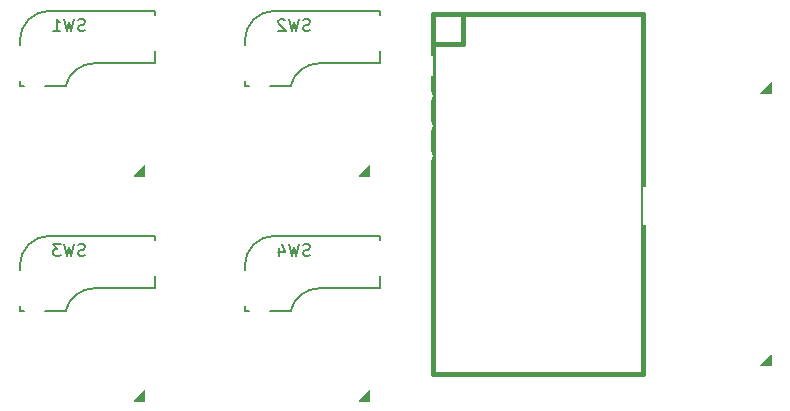
<source format=gbo>
%TF.GenerationSoftware,KiCad,Pcbnew,(5.1.9)-1*%
%TF.CreationDate,2021-11-30T13:31:35+01:00*%
%TF.ProjectId,Little_Big_Scroll,4c697474-6c65-45f4-9269-675f5363726f,v1.0*%
%TF.SameCoordinates,Original*%
%TF.FileFunction,Legend,Bot*%
%TF.FilePolarity,Positive*%
%FSLAX46Y46*%
G04 Gerber Fmt 4.6, Leading zero omitted, Abs format (unit mm)*
G04 Created by KiCad (PCBNEW (5.1.9)-1) date 2021-11-30 13:31:35*
%MOMM*%
%LPD*%
G01*
G04 APERTURE LIST*
%ADD10C,0.381000*%
%ADD11C,0.150000*%
%ADD12C,0.100000*%
%ADD13C,2.000000*%
%ADD14R,2.000000X3.200000*%
%ADD15R,2.000000X2.000000*%
%ADD16C,1.752600*%
%ADD17R,1.752600X1.752600*%
%ADD18R,2.550000X2.500000*%
%ADD19C,1.701800*%
%ADD20C,3.987800*%
%ADD21C,3.000000*%
%ADD22O,1.700000X1.700000*%
%ADD23R,1.700000X1.700000*%
%ADD24C,3.700000*%
%ADD25O,1.400000X1.400000*%
%ADD26C,1.400000*%
G04 APERTURE END LIST*
D10*
X212770000Y-95315000D02*
X194990000Y-95315000D01*
X194990000Y-95315000D02*
X194990000Y-125795000D01*
X194990000Y-125795000D02*
X212770000Y-125795000D01*
X212770000Y-125795000D02*
X212770000Y-95315000D01*
X197530000Y-95315000D02*
X197530000Y-97855000D01*
X197530000Y-97855000D02*
X194990000Y-97855000D01*
D11*
X190460000Y-114095000D02*
X190460000Y-114476000D01*
X181570000Y-114095000D02*
X190460000Y-114095000D01*
X179030000Y-116635000D02*
X179030000Y-117016000D01*
X179411000Y-120445000D02*
X179030000Y-120445000D01*
X182915838Y-120445000D02*
X181189000Y-120445000D01*
X190460000Y-118540000D02*
X185380000Y-118540000D01*
X190460000Y-117524000D02*
X190460000Y-118540000D01*
X179030000Y-120064000D02*
X179030000Y-120445000D01*
X182915838Y-120463960D02*
G75*
G02*
X185380000Y-118540000I2464162J-616040D01*
G01*
X179030000Y-116635000D02*
G75*
G02*
X181570000Y-114095000I2540000J0D01*
G01*
X171410000Y-114095000D02*
X171410000Y-114476000D01*
X162520000Y-114095000D02*
X171410000Y-114095000D01*
X159980000Y-116635000D02*
X159980000Y-117016000D01*
X160361000Y-120445000D02*
X159980000Y-120445000D01*
X163865838Y-120445000D02*
X162139000Y-120445000D01*
X171410000Y-118540000D02*
X166330000Y-118540000D01*
X171410000Y-117524000D02*
X171410000Y-118540000D01*
X159980000Y-120064000D02*
X159980000Y-120445000D01*
X163865838Y-120463960D02*
G75*
G02*
X166330000Y-118540000I2464162J-616040D01*
G01*
X159980000Y-116635000D02*
G75*
G02*
X162520000Y-114095000I2540000J0D01*
G01*
X190460000Y-95045000D02*
X190460000Y-95426000D01*
X181570000Y-95045000D02*
X190460000Y-95045000D01*
X179030000Y-97585000D02*
X179030000Y-97966000D01*
X179411000Y-101395000D02*
X179030000Y-101395000D01*
X182915838Y-101395000D02*
X181189000Y-101395000D01*
X190460000Y-99490000D02*
X185380000Y-99490000D01*
X190460000Y-98474000D02*
X190460000Y-99490000D01*
X179030000Y-101014000D02*
X179030000Y-101395000D01*
X182915838Y-101413960D02*
G75*
G02*
X185380000Y-99490000I2464162J-616040D01*
G01*
X179030000Y-97585000D02*
G75*
G02*
X181570000Y-95045000I2540000J0D01*
G01*
X171410000Y-95045000D02*
X171410000Y-95426000D01*
X162520000Y-95045000D02*
X171410000Y-95045000D01*
X159980000Y-97585000D02*
X159980000Y-97966000D01*
X160361000Y-101395000D02*
X159980000Y-101395000D01*
X163865838Y-101395000D02*
X162139000Y-101395000D01*
X171410000Y-99490000D02*
X166330000Y-99490000D01*
X171410000Y-98474000D02*
X171410000Y-99490000D01*
X159980000Y-101014000D02*
X159980000Y-101395000D01*
X163865838Y-101413960D02*
G75*
G02*
X166330000Y-99490000I2464162J-616040D01*
G01*
X159980000Y-97585000D02*
G75*
G02*
X162520000Y-95045000I2540000J0D01*
G01*
D12*
G36*
X223580000Y-124159999D02*
G01*
X222680000Y-125059999D01*
X223580000Y-125059999D01*
X223580000Y-124159999D01*
G37*
X223580000Y-124159999D02*
X222680000Y-125059999D01*
X223580000Y-125059999D01*
X223580000Y-124159999D01*
G36*
X223580000Y-101084999D02*
G01*
X222680000Y-101984999D01*
X223580000Y-101984999D01*
X223580000Y-101084999D01*
G37*
X223580000Y-101084999D02*
X222680000Y-101984999D01*
X223580000Y-101984999D01*
X223580000Y-101084999D01*
G36*
X189580000Y-127159999D02*
G01*
X188680000Y-128059999D01*
X189580000Y-128059999D01*
X189580000Y-127159999D01*
G37*
X189580000Y-127159999D02*
X188680000Y-128059999D01*
X189580000Y-128059999D01*
X189580000Y-127159999D01*
G36*
X170530000Y-127159999D02*
G01*
X169630000Y-128059999D01*
X170530000Y-128059999D01*
X170530000Y-127159999D01*
G37*
X170530000Y-127159999D02*
X169630000Y-128059999D01*
X170530000Y-128059999D01*
X170530000Y-127159999D01*
G36*
X170530000Y-108109999D02*
G01*
X169630000Y-109009999D01*
X170530000Y-109009999D01*
X170530000Y-108109999D01*
G37*
X170530000Y-108109999D02*
X169630000Y-109009999D01*
X170530000Y-109009999D01*
X170530000Y-108109999D01*
G36*
X189580000Y-108109999D02*
G01*
X188680000Y-109009999D01*
X189580000Y-109009999D01*
X189580000Y-108109999D01*
G37*
X189580000Y-108109999D02*
X188680000Y-109009999D01*
X189580000Y-109009999D01*
X189580000Y-108109999D01*
D11*
X184538333Y-115759761D02*
X184395476Y-115807380D01*
X184157380Y-115807380D01*
X184062142Y-115759761D01*
X184014523Y-115712142D01*
X183966904Y-115616904D01*
X183966904Y-115521666D01*
X184014523Y-115426428D01*
X184062142Y-115378809D01*
X184157380Y-115331190D01*
X184347857Y-115283571D01*
X184443095Y-115235952D01*
X184490714Y-115188333D01*
X184538333Y-115093095D01*
X184538333Y-114997857D01*
X184490714Y-114902619D01*
X184443095Y-114855000D01*
X184347857Y-114807380D01*
X184109761Y-114807380D01*
X183966904Y-114855000D01*
X183633571Y-114807380D02*
X183395476Y-115807380D01*
X183205000Y-115093095D01*
X183014523Y-115807380D01*
X182776428Y-114807380D01*
X181966904Y-115140714D02*
X181966904Y-115807380D01*
X182205000Y-114759761D02*
X182443095Y-115474047D01*
X181824047Y-115474047D01*
X165488333Y-115759761D02*
X165345476Y-115807380D01*
X165107380Y-115807380D01*
X165012142Y-115759761D01*
X164964523Y-115712142D01*
X164916904Y-115616904D01*
X164916904Y-115521666D01*
X164964523Y-115426428D01*
X165012142Y-115378809D01*
X165107380Y-115331190D01*
X165297857Y-115283571D01*
X165393095Y-115235952D01*
X165440714Y-115188333D01*
X165488333Y-115093095D01*
X165488333Y-114997857D01*
X165440714Y-114902619D01*
X165393095Y-114855000D01*
X165297857Y-114807380D01*
X165059761Y-114807380D01*
X164916904Y-114855000D01*
X164583571Y-114807380D02*
X164345476Y-115807380D01*
X164155000Y-115093095D01*
X163964523Y-115807380D01*
X163726428Y-114807380D01*
X163440714Y-114807380D02*
X162821666Y-114807380D01*
X163155000Y-115188333D01*
X163012142Y-115188333D01*
X162916904Y-115235952D01*
X162869285Y-115283571D01*
X162821666Y-115378809D01*
X162821666Y-115616904D01*
X162869285Y-115712142D01*
X162916904Y-115759761D01*
X163012142Y-115807380D01*
X163297857Y-115807380D01*
X163393095Y-115759761D01*
X163440714Y-115712142D01*
X184538333Y-96709761D02*
X184395476Y-96757380D01*
X184157380Y-96757380D01*
X184062142Y-96709761D01*
X184014523Y-96662142D01*
X183966904Y-96566904D01*
X183966904Y-96471666D01*
X184014523Y-96376428D01*
X184062142Y-96328809D01*
X184157380Y-96281190D01*
X184347857Y-96233571D01*
X184443095Y-96185952D01*
X184490714Y-96138333D01*
X184538333Y-96043095D01*
X184538333Y-95947857D01*
X184490714Y-95852619D01*
X184443095Y-95805000D01*
X184347857Y-95757380D01*
X184109761Y-95757380D01*
X183966904Y-95805000D01*
X183633571Y-95757380D02*
X183395476Y-96757380D01*
X183205000Y-96043095D01*
X183014523Y-96757380D01*
X182776428Y-95757380D01*
X182443095Y-95852619D02*
X182395476Y-95805000D01*
X182300238Y-95757380D01*
X182062142Y-95757380D01*
X181966904Y-95805000D01*
X181919285Y-95852619D01*
X181871666Y-95947857D01*
X181871666Y-96043095D01*
X181919285Y-96185952D01*
X182490714Y-96757380D01*
X181871666Y-96757380D01*
X165488333Y-96709761D02*
X165345476Y-96757380D01*
X165107380Y-96757380D01*
X165012142Y-96709761D01*
X164964523Y-96662142D01*
X164916904Y-96566904D01*
X164916904Y-96471666D01*
X164964523Y-96376428D01*
X165012142Y-96328809D01*
X165107380Y-96281190D01*
X165297857Y-96233571D01*
X165393095Y-96185952D01*
X165440714Y-96138333D01*
X165488333Y-96043095D01*
X165488333Y-95947857D01*
X165440714Y-95852619D01*
X165393095Y-95805000D01*
X165297857Y-95757380D01*
X165059761Y-95757380D01*
X164916904Y-95805000D01*
X164583571Y-95757380D02*
X164345476Y-96757380D01*
X164155000Y-96043095D01*
X163964523Y-96757380D01*
X163726428Y-95757380D01*
X162821666Y-96757380D02*
X163393095Y-96757380D01*
X163107380Y-96757380D02*
X163107380Y-95757380D01*
X163202619Y-95900238D01*
X163297857Y-95995476D01*
X163393095Y-96043095D01*
%LPC*%
D13*
X221880000Y-104555000D03*
X216880000Y-104555000D03*
D14*
X224980000Y-111555000D03*
X213780000Y-111555000D03*
D13*
X221880000Y-119055000D03*
X219380000Y-119055000D03*
D15*
X216880000Y-119055000D03*
D16*
X211500000Y-96585000D03*
X196260000Y-124525000D03*
X211500000Y-99125000D03*
X211500000Y-101665000D03*
X211500000Y-104205000D03*
X211500000Y-106745000D03*
X211500000Y-109285000D03*
X211500000Y-111825000D03*
X211500000Y-114365000D03*
X211500000Y-116905000D03*
X211500000Y-119445000D03*
X211500000Y-121985000D03*
X211500000Y-124525000D03*
X196260000Y-121985000D03*
X196260000Y-119445000D03*
X196260000Y-116905000D03*
X196260000Y-114365000D03*
X196260000Y-111825000D03*
X196260000Y-109285000D03*
X196260000Y-106745000D03*
X196260000Y-104205000D03*
X196260000Y-101665000D03*
X196260000Y-99125000D03*
D17*
X196260000Y-96585000D03*
D18*
X177820000Y-118540000D03*
D19*
X180300000Y-121080000D03*
X190460000Y-121080000D03*
D20*
X185380000Y-121080000D03*
D21*
X181570000Y-118540000D03*
X187920000Y-116000000D03*
D18*
X191670000Y-116000000D03*
X158770000Y-118540000D03*
D19*
X161250000Y-121080000D03*
X171410000Y-121080000D03*
D20*
X166330000Y-121080000D03*
D21*
X162520000Y-118540000D03*
X168870000Y-116000000D03*
D18*
X172620000Y-116000000D03*
X177820000Y-99490000D03*
D19*
X180300000Y-102030000D03*
X190460000Y-102030000D03*
D20*
X185380000Y-102030000D03*
D21*
X181570000Y-99490000D03*
X187920000Y-96950000D03*
D18*
X191670000Y-96950000D03*
X158770000Y-99490000D03*
D19*
X161250000Y-102030000D03*
X171410000Y-102030000D03*
D20*
X166330000Y-102030000D03*
D21*
X162520000Y-99490000D03*
X168870000Y-96950000D03*
D18*
X172620000Y-96950000D03*
D22*
X194105000Y-107340000D03*
X194105000Y-104800000D03*
X194105000Y-102260000D03*
D23*
X194105000Y-99720000D03*
D24*
X175855000Y-128105000D03*
X227380000Y-125411406D03*
X227380000Y-97698594D03*
X175855000Y-95005000D03*
D22*
X217490000Y-93870000D03*
D23*
X214950000Y-93870000D03*
G36*
G01*
X221262000Y-123499999D02*
X222698000Y-123499999D01*
G75*
G02*
X222780000Y-123581999I0J-82000D01*
G01*
X222780000Y-124237999D01*
G75*
G02*
X222698000Y-124319999I-82000J0D01*
G01*
X221262000Y-124319999D01*
G75*
G02*
X221180000Y-124237999I0J82000D01*
G01*
X221180000Y-123581999D01*
G75*
G02*
X221262000Y-123499999I82000J0D01*
G01*
G37*
G36*
G01*
X221262000Y-121999999D02*
X222698000Y-121999999D01*
G75*
G02*
X222780000Y-122081999I0J-82000D01*
G01*
X222780000Y-122737999D01*
G75*
G02*
X222698000Y-122819999I-82000J0D01*
G01*
X221262000Y-122819999D01*
G75*
G02*
X221180000Y-122737999I0J82000D01*
G01*
X221180000Y-122081999D01*
G75*
G02*
X221262000Y-121999999I82000J0D01*
G01*
G37*
G36*
G01*
X216062000Y-123499999D02*
X217498000Y-123499999D01*
G75*
G02*
X217580000Y-123581999I0J-82000D01*
G01*
X217580000Y-124237999D01*
G75*
G02*
X217498000Y-124319999I-82000J0D01*
G01*
X216062000Y-124319999D01*
G75*
G02*
X215980000Y-124237999I0J82000D01*
G01*
X215980000Y-123581999D01*
G75*
G02*
X216062000Y-123499999I82000J0D01*
G01*
G37*
G36*
G01*
X216062000Y-121999999D02*
X217498000Y-121999999D01*
G75*
G02*
X217580000Y-122081999I0J-82000D01*
G01*
X217580000Y-122737999D01*
G75*
G02*
X217498000Y-122819999I-82000J0D01*
G01*
X216062000Y-122819999D01*
G75*
G02*
X215980000Y-122737999I0J82000D01*
G01*
X215980000Y-122081999D01*
G75*
G02*
X216062000Y-121999999I82000J0D01*
G01*
G37*
G36*
G01*
X221262000Y-100424999D02*
X222698000Y-100424999D01*
G75*
G02*
X222780000Y-100506999I0J-82000D01*
G01*
X222780000Y-101162999D01*
G75*
G02*
X222698000Y-101244999I-82000J0D01*
G01*
X221262000Y-101244999D01*
G75*
G02*
X221180000Y-101162999I0J82000D01*
G01*
X221180000Y-100506999D01*
G75*
G02*
X221262000Y-100424999I82000J0D01*
G01*
G37*
G36*
G01*
X221262000Y-98924999D02*
X222698000Y-98924999D01*
G75*
G02*
X222780000Y-99006999I0J-82000D01*
G01*
X222780000Y-99662999D01*
G75*
G02*
X222698000Y-99744999I-82000J0D01*
G01*
X221262000Y-99744999D01*
G75*
G02*
X221180000Y-99662999I0J82000D01*
G01*
X221180000Y-99006999D01*
G75*
G02*
X221262000Y-98924999I82000J0D01*
G01*
G37*
G36*
G01*
X216062000Y-100424999D02*
X217498000Y-100424999D01*
G75*
G02*
X217580000Y-100506999I0J-82000D01*
G01*
X217580000Y-101162999D01*
G75*
G02*
X217498000Y-101244999I-82000J0D01*
G01*
X216062000Y-101244999D01*
G75*
G02*
X215980000Y-101162999I0J82000D01*
G01*
X215980000Y-100506999D01*
G75*
G02*
X216062000Y-100424999I82000J0D01*
G01*
G37*
G36*
G01*
X216062000Y-98924999D02*
X217498000Y-98924999D01*
G75*
G02*
X217580000Y-99006999I0J-82000D01*
G01*
X217580000Y-99662999D01*
G75*
G02*
X217498000Y-99744999I-82000J0D01*
G01*
X216062000Y-99744999D01*
G75*
G02*
X215980000Y-99662999I0J82000D01*
G01*
X215980000Y-99006999D01*
G75*
G02*
X216062000Y-98924999I82000J0D01*
G01*
G37*
D25*
X224520000Y-121620000D03*
D26*
X224520000Y-126700000D03*
D25*
X214250000Y-126650000D03*
D26*
X214250000Y-121570000D03*
D25*
X187180000Y-111480000D03*
D26*
X192260000Y-111480000D03*
D25*
X179690000Y-111500000D03*
D26*
X184770000Y-111500000D03*
G36*
G01*
X187262000Y-126499999D02*
X188698000Y-126499999D01*
G75*
G02*
X188780000Y-126581999I0J-82000D01*
G01*
X188780000Y-127237999D01*
G75*
G02*
X188698000Y-127319999I-82000J0D01*
G01*
X187262000Y-127319999D01*
G75*
G02*
X187180000Y-127237999I0J82000D01*
G01*
X187180000Y-126581999D01*
G75*
G02*
X187262000Y-126499999I82000J0D01*
G01*
G37*
G36*
G01*
X187262000Y-124999999D02*
X188698000Y-124999999D01*
G75*
G02*
X188780000Y-125081999I0J-82000D01*
G01*
X188780000Y-125737999D01*
G75*
G02*
X188698000Y-125819999I-82000J0D01*
G01*
X187262000Y-125819999D01*
G75*
G02*
X187180000Y-125737999I0J82000D01*
G01*
X187180000Y-125081999D01*
G75*
G02*
X187262000Y-124999999I82000J0D01*
G01*
G37*
G36*
G01*
X182062000Y-126499999D02*
X183498000Y-126499999D01*
G75*
G02*
X183580000Y-126581999I0J-82000D01*
G01*
X183580000Y-127237999D01*
G75*
G02*
X183498000Y-127319999I-82000J0D01*
G01*
X182062000Y-127319999D01*
G75*
G02*
X181980000Y-127237999I0J82000D01*
G01*
X181980000Y-126581999D01*
G75*
G02*
X182062000Y-126499999I82000J0D01*
G01*
G37*
G36*
G01*
X182062000Y-124999999D02*
X183498000Y-124999999D01*
G75*
G02*
X183580000Y-125081999I0J-82000D01*
G01*
X183580000Y-125737999D01*
G75*
G02*
X183498000Y-125819999I-82000J0D01*
G01*
X182062000Y-125819999D01*
G75*
G02*
X181980000Y-125737999I0J82000D01*
G01*
X181980000Y-125081999D01*
G75*
G02*
X182062000Y-124999999I82000J0D01*
G01*
G37*
G36*
G01*
X168212000Y-126499999D02*
X169648000Y-126499999D01*
G75*
G02*
X169730000Y-126581999I0J-82000D01*
G01*
X169730000Y-127237999D01*
G75*
G02*
X169648000Y-127319999I-82000J0D01*
G01*
X168212000Y-127319999D01*
G75*
G02*
X168130000Y-127237999I0J82000D01*
G01*
X168130000Y-126581999D01*
G75*
G02*
X168212000Y-126499999I82000J0D01*
G01*
G37*
G36*
G01*
X168212000Y-124999999D02*
X169648000Y-124999999D01*
G75*
G02*
X169730000Y-125081999I0J-82000D01*
G01*
X169730000Y-125737999D01*
G75*
G02*
X169648000Y-125819999I-82000J0D01*
G01*
X168212000Y-125819999D01*
G75*
G02*
X168130000Y-125737999I0J82000D01*
G01*
X168130000Y-125081999D01*
G75*
G02*
X168212000Y-124999999I82000J0D01*
G01*
G37*
G36*
G01*
X163012000Y-126499999D02*
X164448000Y-126499999D01*
G75*
G02*
X164530000Y-126581999I0J-82000D01*
G01*
X164530000Y-127237999D01*
G75*
G02*
X164448000Y-127319999I-82000J0D01*
G01*
X163012000Y-127319999D01*
G75*
G02*
X162930000Y-127237999I0J82000D01*
G01*
X162930000Y-126581999D01*
G75*
G02*
X163012000Y-126499999I82000J0D01*
G01*
G37*
G36*
G01*
X163012000Y-124999999D02*
X164448000Y-124999999D01*
G75*
G02*
X164530000Y-125081999I0J-82000D01*
G01*
X164530000Y-125737999D01*
G75*
G02*
X164448000Y-125819999I-82000J0D01*
G01*
X163012000Y-125819999D01*
G75*
G02*
X162930000Y-125737999I0J82000D01*
G01*
X162930000Y-125081999D01*
G75*
G02*
X163012000Y-124999999I82000J0D01*
G01*
G37*
G36*
G01*
X168212000Y-107449999D02*
X169648000Y-107449999D01*
G75*
G02*
X169730000Y-107531999I0J-82000D01*
G01*
X169730000Y-108187999D01*
G75*
G02*
X169648000Y-108269999I-82000J0D01*
G01*
X168212000Y-108269999D01*
G75*
G02*
X168130000Y-108187999I0J82000D01*
G01*
X168130000Y-107531999D01*
G75*
G02*
X168212000Y-107449999I82000J0D01*
G01*
G37*
G36*
G01*
X168212000Y-105949999D02*
X169648000Y-105949999D01*
G75*
G02*
X169730000Y-106031999I0J-82000D01*
G01*
X169730000Y-106687999D01*
G75*
G02*
X169648000Y-106769999I-82000J0D01*
G01*
X168212000Y-106769999D01*
G75*
G02*
X168130000Y-106687999I0J82000D01*
G01*
X168130000Y-106031999D01*
G75*
G02*
X168212000Y-105949999I82000J0D01*
G01*
G37*
G36*
G01*
X163012000Y-107449999D02*
X164448000Y-107449999D01*
G75*
G02*
X164530000Y-107531999I0J-82000D01*
G01*
X164530000Y-108187999D01*
G75*
G02*
X164448000Y-108269999I-82000J0D01*
G01*
X163012000Y-108269999D01*
G75*
G02*
X162930000Y-108187999I0J82000D01*
G01*
X162930000Y-107531999D01*
G75*
G02*
X163012000Y-107449999I82000J0D01*
G01*
G37*
G36*
G01*
X163012000Y-105949999D02*
X164448000Y-105949999D01*
G75*
G02*
X164530000Y-106031999I0J-82000D01*
G01*
X164530000Y-106687999D01*
G75*
G02*
X164448000Y-106769999I-82000J0D01*
G01*
X163012000Y-106769999D01*
G75*
G02*
X162930000Y-106687999I0J82000D01*
G01*
X162930000Y-106031999D01*
G75*
G02*
X163012000Y-105949999I82000J0D01*
G01*
G37*
G36*
G01*
X187262000Y-107449999D02*
X188698000Y-107449999D01*
G75*
G02*
X188780000Y-107531999I0J-82000D01*
G01*
X188780000Y-108187999D01*
G75*
G02*
X188698000Y-108269999I-82000J0D01*
G01*
X187262000Y-108269999D01*
G75*
G02*
X187180000Y-108187999I0J82000D01*
G01*
X187180000Y-107531999D01*
G75*
G02*
X187262000Y-107449999I82000J0D01*
G01*
G37*
G36*
G01*
X187262000Y-105949999D02*
X188698000Y-105949999D01*
G75*
G02*
X188780000Y-106031999I0J-82000D01*
G01*
X188780000Y-106687999D01*
G75*
G02*
X188698000Y-106769999I-82000J0D01*
G01*
X187262000Y-106769999D01*
G75*
G02*
X187180000Y-106687999I0J82000D01*
G01*
X187180000Y-106031999D01*
G75*
G02*
X187262000Y-105949999I82000J0D01*
G01*
G37*
G36*
G01*
X182062000Y-107449999D02*
X183498000Y-107449999D01*
G75*
G02*
X183580000Y-107531999I0J-82000D01*
G01*
X183580000Y-108187999D01*
G75*
G02*
X183498000Y-108269999I-82000J0D01*
G01*
X182062000Y-108269999D01*
G75*
G02*
X181980000Y-108187999I0J82000D01*
G01*
X181980000Y-107531999D01*
G75*
G02*
X182062000Y-107449999I82000J0D01*
G01*
G37*
G36*
G01*
X182062000Y-105949999D02*
X183498000Y-105949999D01*
G75*
G02*
X183580000Y-106031999I0J-82000D01*
G01*
X183580000Y-106687999D01*
G75*
G02*
X183498000Y-106769999I-82000J0D01*
G01*
X182062000Y-106769999D01*
G75*
G02*
X181980000Y-106687999I0J82000D01*
G01*
X181980000Y-106031999D01*
G75*
G02*
X182062000Y-105949999I82000J0D01*
G01*
G37*
M02*

</source>
